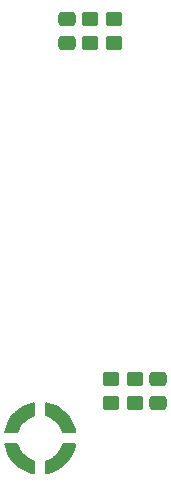
<source format=gbr>
%TF.GenerationSoftware,KiCad,Pcbnew,(7.0.0)*%
%TF.CreationDate,2023-04-10T20:49:18+02:00*%
%TF.ProjectId,STM32 Talnet console,53544d33-3220-4546-916c-6e657420636f,rev?*%
%TF.SameCoordinates,Original*%
%TF.FileFunction,Paste,Top*%
%TF.FilePolarity,Positive*%
%FSLAX46Y46*%
G04 Gerber Fmt 4.6, Leading zero omitted, Abs format (unit mm)*
G04 Created by KiCad (PCBNEW (7.0.0)) date 2023-04-10 20:49:18*
%MOMM*%
%LPD*%
G01*
G04 APERTURE LIST*
G04 Aperture macros list*
%AMRoundRect*
0 Rectangle with rounded corners*
0 $1 Rounding radius*
0 $2 $3 $4 $5 $6 $7 $8 $9 X,Y pos of 4 corners*
0 Add a 4 corners polygon primitive as box body*
4,1,4,$2,$3,$4,$5,$6,$7,$8,$9,$2,$3,0*
0 Add four circle primitives for the rounded corners*
1,1,$1+$1,$2,$3*
1,1,$1+$1,$4,$5*
1,1,$1+$1,$6,$7*
1,1,$1+$1,$8,$9*
0 Add four rect primitives between the rounded corners*
20,1,$1+$1,$2,$3,$4,$5,0*
20,1,$1+$1,$4,$5,$6,$7,0*
20,1,$1+$1,$6,$7,$8,$9,0*
20,1,$1+$1,$8,$9,$2,$3,0*%
G04 Aperture macros list end*
%ADD10C,0.200000*%
%ADD11RoundRect,0.250000X0.475000X-0.337500X0.475000X0.337500X-0.475000X0.337500X-0.475000X-0.337500X0*%
%ADD12RoundRect,0.250000X0.450000X-0.350000X0.450000X0.350000X-0.450000X0.350000X-0.450000X-0.350000X0*%
G04 APERTURE END LIST*
%TO.C,H6*%
G36*
X98942900Y-110770608D02*
G01*
X98814451Y-110806046D01*
X98567582Y-110906330D01*
X98336216Y-111038506D01*
X98124450Y-111200234D01*
X97936034Y-111388650D01*
X97774306Y-111600416D01*
X97642130Y-111831782D01*
X97541846Y-112078651D01*
X97506408Y-112207100D01*
X96484860Y-112207100D01*
X96515211Y-112041258D01*
X96608324Y-111717209D01*
X96737181Y-111405642D01*
X96900159Y-111110488D01*
X97095200Y-110835467D01*
X97319847Y-110584047D01*
X97571267Y-110359400D01*
X97846288Y-110164359D01*
X98141442Y-110001381D01*
X98453009Y-109872524D01*
X98777058Y-109779411D01*
X98942900Y-109749060D01*
X98942900Y-110770608D01*
G37*
D10*
X98942900Y-110770608D02*
X98814451Y-110806046D01*
X98567582Y-110906330D01*
X98336216Y-111038506D01*
X98124450Y-111200234D01*
X97936034Y-111388650D01*
X97774306Y-111600416D01*
X97642130Y-111831782D01*
X97541846Y-112078651D01*
X97506408Y-112207100D01*
X96484860Y-112207100D01*
X96515211Y-112041258D01*
X96608324Y-111717209D01*
X96737181Y-111405642D01*
X96900159Y-111110488D01*
X97095200Y-110835467D01*
X97319847Y-110584047D01*
X97571267Y-110359400D01*
X97846288Y-110164359D01*
X98141442Y-110001381D01*
X98453009Y-109872524D01*
X98777058Y-109779411D01*
X98942900Y-109749060D01*
X98942900Y-110770608D01*
G36*
X97541846Y-113335549D02*
G01*
X97642130Y-113582418D01*
X97774306Y-113813784D01*
X97936034Y-114025550D01*
X98124450Y-114213966D01*
X98336216Y-114375694D01*
X98567582Y-114507870D01*
X98814451Y-114608154D01*
X98942900Y-114643592D01*
X98942900Y-115665140D01*
X98777058Y-115634789D01*
X98453009Y-115541676D01*
X98141442Y-115412819D01*
X97846288Y-115249841D01*
X97571267Y-115054800D01*
X97319847Y-114830153D01*
X97095200Y-114578733D01*
X96900159Y-114303712D01*
X96737181Y-114008558D01*
X96608324Y-113696991D01*
X96515211Y-113372942D01*
X96484860Y-113207100D01*
X97506408Y-113207100D01*
X97541846Y-113335549D01*
G37*
X97541846Y-113335549D02*
X97642130Y-113582418D01*
X97774306Y-113813784D01*
X97936034Y-114025550D01*
X98124450Y-114213966D01*
X98336216Y-114375694D01*
X98567582Y-114507870D01*
X98814451Y-114608154D01*
X98942900Y-114643592D01*
X98942900Y-115665140D01*
X98777058Y-115634789D01*
X98453009Y-115541676D01*
X98141442Y-115412819D01*
X97846288Y-115249841D01*
X97571267Y-115054800D01*
X97319847Y-114830153D01*
X97095200Y-114578733D01*
X96900159Y-114303712D01*
X96737181Y-114008558D01*
X96608324Y-113696991D01*
X96515211Y-113372942D01*
X96484860Y-113207100D01*
X97506408Y-113207100D01*
X97541846Y-113335549D01*
G36*
X100108742Y-109779411D02*
G01*
X100432791Y-109872524D01*
X100744358Y-110001381D01*
X101039512Y-110164359D01*
X101314533Y-110359400D01*
X101565953Y-110584047D01*
X101790600Y-110835467D01*
X101985641Y-111110488D01*
X102148619Y-111405642D01*
X102277476Y-111717209D01*
X102370589Y-112041258D01*
X102400940Y-112207100D01*
X101379392Y-112207100D01*
X101343955Y-112078651D01*
X101243671Y-111831782D01*
X101111494Y-111600416D01*
X100949766Y-111388650D01*
X100761350Y-111200234D01*
X100549584Y-111038506D01*
X100318218Y-110906329D01*
X100071349Y-110806045D01*
X99942900Y-110770608D01*
X99942900Y-109749060D01*
X100108742Y-109779411D01*
G37*
X100108742Y-109779411D02*
X100432791Y-109872524D01*
X100744358Y-110001381D01*
X101039512Y-110164359D01*
X101314533Y-110359400D01*
X101565953Y-110584047D01*
X101790600Y-110835467D01*
X101985641Y-111110488D01*
X102148619Y-111405642D01*
X102277476Y-111717209D01*
X102370589Y-112041258D01*
X102400940Y-112207100D01*
X101379392Y-112207100D01*
X101343955Y-112078651D01*
X101243671Y-111831782D01*
X101111494Y-111600416D01*
X100949766Y-111388650D01*
X100761350Y-111200234D01*
X100549584Y-111038506D01*
X100318218Y-110906329D01*
X100071349Y-110806045D01*
X99942900Y-110770608D01*
X99942900Y-109749060D01*
X100108742Y-109779411D01*
G36*
X102370589Y-113372942D02*
G01*
X102277476Y-113696991D01*
X102148619Y-114008558D01*
X101985641Y-114303712D01*
X101790600Y-114578733D01*
X101565953Y-114830153D01*
X101314533Y-115054800D01*
X101039512Y-115249841D01*
X100744358Y-115412819D01*
X100432791Y-115541676D01*
X100108742Y-115634789D01*
X99942900Y-115665140D01*
X99942900Y-114643592D01*
X100071349Y-114608155D01*
X100318218Y-114507871D01*
X100549584Y-114375694D01*
X100761350Y-114213966D01*
X100949766Y-114025550D01*
X101111494Y-113813784D01*
X101243671Y-113582418D01*
X101343955Y-113335549D01*
X101379392Y-113207100D01*
X102400940Y-113207100D01*
X102370589Y-113372942D01*
G37*
X102370589Y-113372942D02*
X102277476Y-113696991D01*
X102148619Y-114008558D01*
X101985641Y-114303712D01*
X101790600Y-114578733D01*
X101565953Y-114830153D01*
X101314533Y-115054800D01*
X101039512Y-115249841D01*
X100744358Y-115412819D01*
X100432791Y-115541676D01*
X100108742Y-115634789D01*
X99942900Y-115665140D01*
X99942900Y-114643592D01*
X100071349Y-114608155D01*
X100318218Y-114507871D01*
X100549584Y-114375694D01*
X100761350Y-114213966D01*
X100949766Y-114025550D01*
X101111494Y-113813784D01*
X101243671Y-113582418D01*
X101343955Y-113335549D01*
X101379392Y-113207100D01*
X102400940Y-113207100D01*
X102370589Y-113372942D01*
%TD*%
D11*
%TO.C,C19*%
X101692900Y-79244600D03*
X101692900Y-77169600D03*
%TD*%
D12*
%TO.C,R17*%
X107442900Y-109707100D03*
X107442900Y-107707100D03*
%TD*%
%TO.C,R15*%
X105442900Y-109707098D03*
X105442900Y-107707098D03*
%TD*%
%TO.C,R18*%
X103692900Y-79207100D03*
X103692900Y-77207100D03*
%TD*%
%TO.C,R16*%
X105692900Y-79207100D03*
X105692900Y-77207100D03*
%TD*%
D11*
%TO.C,C18*%
X109442900Y-107669600D03*
X109442900Y-109744600D03*
%TD*%
M02*

</source>
